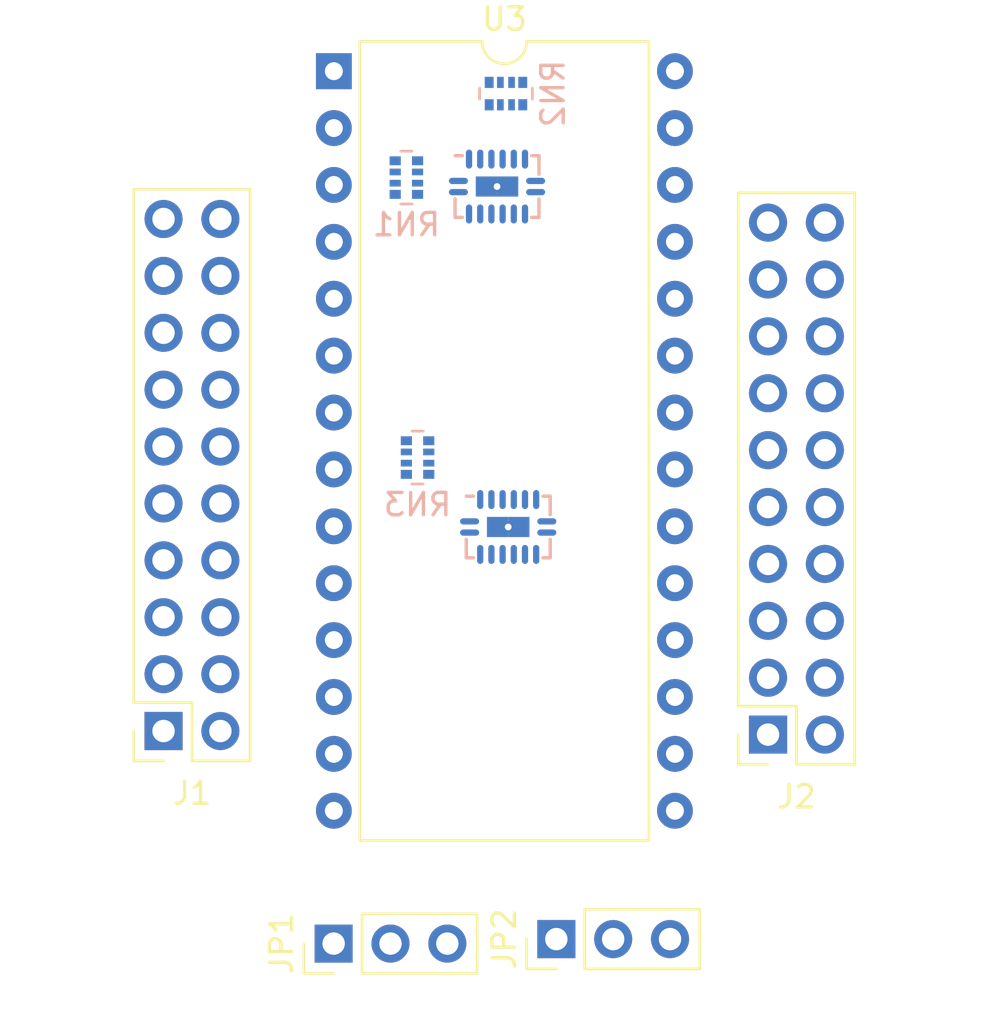
<source format=kicad_pcb>
(kicad_pcb (version 20171130) (host pcbnew 5.1.6-c6e7f7d~87~ubuntu20.04.1)

  (general
    (thickness 1.6)
    (drawings 0)
    (tracks 0)
    (zones 0)
    (modules 10)
    (nets 46)
  )

  (page A4)
  (layers
    (0 F.Cu signal)
    (31 B.Cu signal)
    (32 B.Adhes user)
    (33 F.Adhes user)
    (34 B.Paste user)
    (35 F.Paste user)
    (36 B.SilkS user)
    (37 F.SilkS user)
    (38 B.Mask user)
    (39 F.Mask user)
    (40 Dwgs.User user)
    (41 Cmts.User user)
    (42 Eco1.User user)
    (43 Eco2.User user)
    (44 Edge.Cuts user)
    (45 Margin user)
    (46 B.CrtYd user)
    (47 F.CrtYd user)
    (48 B.Fab user)
    (49 F.Fab user)
  )

  (setup
    (last_trace_width 0.25)
    (trace_clearance 0.2)
    (zone_clearance 0.508)
    (zone_45_only no)
    (trace_min 0.2)
    (via_size 0.8)
    (via_drill 0.4)
    (via_min_size 0.4)
    (via_min_drill 0.3)
    (uvia_size 0.3)
    (uvia_drill 0.1)
    (uvias_allowed no)
    (uvia_min_size 0.2)
    (uvia_min_drill 0.1)
    (edge_width 0.05)
    (segment_width 0.2)
    (pcb_text_width 0.3)
    (pcb_text_size 1.5 1.5)
    (mod_edge_width 0.12)
    (mod_text_size 1 1)
    (mod_text_width 0.15)
    (pad_size 1.524 1.524)
    (pad_drill 0.762)
    (pad_to_mask_clearance 0.05)
    (aux_axis_origin 0 0)
    (visible_elements FFFFFF7F)
    (pcbplotparams
      (layerselection 0x010fc_ffffffff)
      (usegerberextensions false)
      (usegerberattributes true)
      (usegerberadvancedattributes true)
      (creategerberjobfile true)
      (excludeedgelayer true)
      (linewidth 0.300000)
      (plotframeref false)
      (viasonmask false)
      (mode 1)
      (useauxorigin false)
      (hpglpennumber 1)
      (hpglpenspeed 20)
      (hpglpendiameter 15.000000)
      (psnegative false)
      (psa4output false)
      (plotreference true)
      (plotvalue true)
      (plotinvisibletext false)
      (padsonsilk false)
      (subtractmaskfromsilk false)
      (outputformat 1)
      (mirror false)
      (drillshape 1)
      (scaleselection 1)
      (outputdirectory ""))
  )

  (net 0 "")
  (net 1 GND)
  (net 2 /~OE)
  (net 3 /A_SI)
  (net 4 /A_CLK)
  (net 5 /A_LATCH)
  (net 6 /A3)
  (net 7 /A2)
  (net 8 /A1)
  (net 9 /A0)
  (net 10 VCC)
  (net 11 /DQ7)
  (net 12 /DQ6)
  (net 13 /DQ5)
  (net 14 /DQ4)
  (net 15 /DQ3)
  (net 16 /DQ2)
  (net 17 /DQ1)
  (net 18 /DQ0)
  (net 19 /P27)
  (net 20 /A14)
  (net 21 /P1)
  (net 22 /A15)
  (net 23 /A7)
  (net 24 /A6)
  (net 25 /A4)
  (net 26 /A5)
  (net 27 "Net-(RN1-Pad4)")
  (net 28 "Net-(RN1-Pad2)")
  (net 29 "Net-(RN1-Pad3)")
  (net 30 "Net-(RN1-Pad1)")
  (net 31 /A11)
  (net 32 /A10)
  (net 33 /A8)
  (net 34 /A9)
  (net 35 "Net-(RN2-Pad4)")
  (net 36 "Net-(RN2-Pad2)")
  (net 37 "Net-(RN2-Pad3)")
  (net 38 "Net-(RN2-Pad1)")
  (net 39 /A12)
  (net 40 /A13)
  (net 41 "Net-(RN3-Pad4)")
  (net 42 "Net-(RN3-Pad2)")
  (net 43 "Net-(RN3-Pad3)")
  (net 44 "Net-(RN3-Pad1)")
  (net 45 /A_SI´)

  (net_class Default "This is the default net class."
    (clearance 0.2)
    (trace_width 0.25)
    (via_dia 0.8)
    (via_drill 0.4)
    (uvia_dia 0.3)
    (uvia_drill 0.1)
    (add_net /A0)
    (add_net /A1)
    (add_net /A10)
    (add_net /A11)
    (add_net /A12)
    (add_net /A13)
    (add_net /A14)
    (add_net /A15)
    (add_net /A2)
    (add_net /A3)
    (add_net /A4)
    (add_net /A5)
    (add_net /A6)
    (add_net /A7)
    (add_net /A8)
    (add_net /A9)
    (add_net /A_CLK)
    (add_net /A_LATCH)
    (add_net /A_SI)
    (add_net /A_SI´)
    (add_net /DQ0)
    (add_net /DQ1)
    (add_net /DQ2)
    (add_net /DQ3)
    (add_net /DQ4)
    (add_net /DQ5)
    (add_net /DQ6)
    (add_net /DQ7)
    (add_net /P1)
    (add_net /P27)
    (add_net /~OE)
    (add_net GND)
    (add_net "Net-(J1-Pad19)")
    (add_net "Net-(J1-Pad20)")
    (add_net "Net-(J2-Pad19)")
    (add_net "Net-(J2-Pad20)")
    (add_net "Net-(RN1-Pad1)")
    (add_net "Net-(RN1-Pad2)")
    (add_net "Net-(RN1-Pad3)")
    (add_net "Net-(RN1-Pad4)")
    (add_net "Net-(RN2-Pad1)")
    (add_net "Net-(RN2-Pad2)")
    (add_net "Net-(RN2-Pad3)")
    (add_net "Net-(RN2-Pad4)")
    (add_net "Net-(RN3-Pad1)")
    (add_net "Net-(RN3-Pad2)")
    (add_net "Net-(RN3-Pad3)")
    (add_net "Net-(RN3-Pad4)")
    (add_net "Net-(U2-Pad4)")
    (add_net "Net-(U2-Pad5)")
    (add_net "Net-(U2-Pad6)")
    (add_net "Net-(U2-Pad7)")
    (add_net "Net-(U2-Pad9)")
    (add_net VCC)
  )

  (module Package_DIP:DIP-28_W15.24mm (layer F.Cu) (tedit 5A02E8C5) (tstamp 5F4EDC53)
    (at 102.36 66.7)
    (descr "28-lead though-hole mounted DIP package, row spacing 15.24 mm (600 mils)")
    (tags "THT DIP DIL PDIP 2.54mm 15.24mm 600mil")
    (path /5F46B762)
    (fp_text reference U3 (at 7.62 -2.33) (layer F.SilkS)
      (effects (font (size 1 1) (thickness 0.15)))
    )
    (fp_text value 27C512 (at 7.62 35.35) (layer F.Fab)
      (effects (font (size 1 1) (thickness 0.15)))
    )
    (fp_text user %R (at 7.62 16.51) (layer F.Fab)
      (effects (font (size 1 1) (thickness 0.15)))
    )
    (fp_arc (start 7.62 -1.33) (end 6.62 -1.33) (angle -180) (layer F.SilkS) (width 0.12))
    (fp_line (start 1.255 -1.27) (end 14.985 -1.27) (layer F.Fab) (width 0.1))
    (fp_line (start 14.985 -1.27) (end 14.985 34.29) (layer F.Fab) (width 0.1))
    (fp_line (start 14.985 34.29) (end 0.255 34.29) (layer F.Fab) (width 0.1))
    (fp_line (start 0.255 34.29) (end 0.255 -0.27) (layer F.Fab) (width 0.1))
    (fp_line (start 0.255 -0.27) (end 1.255 -1.27) (layer F.Fab) (width 0.1))
    (fp_line (start 6.62 -1.33) (end 1.16 -1.33) (layer F.SilkS) (width 0.12))
    (fp_line (start 1.16 -1.33) (end 1.16 34.35) (layer F.SilkS) (width 0.12))
    (fp_line (start 1.16 34.35) (end 14.08 34.35) (layer F.SilkS) (width 0.12))
    (fp_line (start 14.08 34.35) (end 14.08 -1.33) (layer F.SilkS) (width 0.12))
    (fp_line (start 14.08 -1.33) (end 8.62 -1.33) (layer F.SilkS) (width 0.12))
    (fp_line (start -1.05 -1.55) (end -1.05 34.55) (layer F.CrtYd) (width 0.05))
    (fp_line (start -1.05 34.55) (end 16.3 34.55) (layer F.CrtYd) (width 0.05))
    (fp_line (start 16.3 34.55) (end 16.3 -1.55) (layer F.CrtYd) (width 0.05))
    (fp_line (start 16.3 -1.55) (end -1.05 -1.55) (layer F.CrtYd) (width 0.05))
    (pad 28 thru_hole oval (at 15.24 0) (size 1.6 1.6) (drill 0.8) (layers *.Cu *.Mask)
      (net 10 VCC))
    (pad 14 thru_hole oval (at 0 33.02) (size 1.6 1.6) (drill 0.8) (layers *.Cu *.Mask)
      (net 1 GND))
    (pad 27 thru_hole oval (at 15.24 2.54) (size 1.6 1.6) (drill 0.8) (layers *.Cu *.Mask)
      (net 19 /P27))
    (pad 13 thru_hole oval (at 0 30.48) (size 1.6 1.6) (drill 0.8) (layers *.Cu *.Mask)
      (net 16 /DQ2))
    (pad 26 thru_hole oval (at 15.24 5.08) (size 1.6 1.6) (drill 0.8) (layers *.Cu *.Mask)
      (net 40 /A13))
    (pad 12 thru_hole oval (at 0 27.94) (size 1.6 1.6) (drill 0.8) (layers *.Cu *.Mask)
      (net 17 /DQ1))
    (pad 25 thru_hole oval (at 15.24 7.62) (size 1.6 1.6) (drill 0.8) (layers *.Cu *.Mask)
      (net 33 /A8))
    (pad 11 thru_hole oval (at 0 25.4) (size 1.6 1.6) (drill 0.8) (layers *.Cu *.Mask)
      (net 18 /DQ0))
    (pad 24 thru_hole oval (at 15.24 10.16) (size 1.6 1.6) (drill 0.8) (layers *.Cu *.Mask)
      (net 34 /A9))
    (pad 10 thru_hole oval (at 0 22.86) (size 1.6 1.6) (drill 0.8) (layers *.Cu *.Mask)
      (net 9 /A0))
    (pad 23 thru_hole oval (at 15.24 12.7) (size 1.6 1.6) (drill 0.8) (layers *.Cu *.Mask)
      (net 31 /A11))
    (pad 9 thru_hole oval (at 0 20.32) (size 1.6 1.6) (drill 0.8) (layers *.Cu *.Mask)
      (net 8 /A1))
    (pad 22 thru_hole oval (at 15.24 15.24) (size 1.6 1.6) (drill 0.8) (layers *.Cu *.Mask)
      (net 2 /~OE))
    (pad 8 thru_hole oval (at 0 17.78) (size 1.6 1.6) (drill 0.8) (layers *.Cu *.Mask)
      (net 7 /A2))
    (pad 21 thru_hole oval (at 15.24 17.78) (size 1.6 1.6) (drill 0.8) (layers *.Cu *.Mask)
      (net 32 /A10))
    (pad 7 thru_hole oval (at 0 15.24) (size 1.6 1.6) (drill 0.8) (layers *.Cu *.Mask)
      (net 6 /A3))
    (pad 20 thru_hole oval (at 15.24 20.32) (size 1.6 1.6) (drill 0.8) (layers *.Cu *.Mask)
      (net 2 /~OE))
    (pad 6 thru_hole oval (at 0 12.7) (size 1.6 1.6) (drill 0.8) (layers *.Cu *.Mask)
      (net 25 /A4))
    (pad 19 thru_hole oval (at 15.24 22.86) (size 1.6 1.6) (drill 0.8) (layers *.Cu *.Mask)
      (net 11 /DQ7))
    (pad 5 thru_hole oval (at 0 10.16) (size 1.6 1.6) (drill 0.8) (layers *.Cu *.Mask)
      (net 26 /A5))
    (pad 18 thru_hole oval (at 15.24 25.4) (size 1.6 1.6) (drill 0.8) (layers *.Cu *.Mask)
      (net 12 /DQ6))
    (pad 4 thru_hole oval (at 0 7.62) (size 1.6 1.6) (drill 0.8) (layers *.Cu *.Mask)
      (net 24 /A6))
    (pad 17 thru_hole oval (at 15.24 27.94) (size 1.6 1.6) (drill 0.8) (layers *.Cu *.Mask)
      (net 13 /DQ5))
    (pad 3 thru_hole oval (at 0 5.08) (size 1.6 1.6) (drill 0.8) (layers *.Cu *.Mask)
      (net 23 /A7))
    (pad 16 thru_hole oval (at 15.24 30.48) (size 1.6 1.6) (drill 0.8) (layers *.Cu *.Mask)
      (net 14 /DQ4))
    (pad 2 thru_hole oval (at 0 2.54) (size 1.6 1.6) (drill 0.8) (layers *.Cu *.Mask)
      (net 39 /A12))
    (pad 15 thru_hole oval (at 15.24 33.02) (size 1.6 1.6) (drill 0.8) (layers *.Cu *.Mask)
      (net 15 /DQ3))
    (pad 1 thru_hole rect (at 0 0) (size 1.6 1.6) (drill 0.8) (layers *.Cu *.Mask)
      (net 21 /P1))
    (model ${KISYS3DMOD}/Package_DIP.3dshapes/DIP-28_W15.24mm.wrl
      (at (xyz 0 0 0))
      (scale (xyz 1 1 1))
      (rotate (xyz 0 0 0))
    )
  )

  (module pkl_housings_dfn_qfn:DHVQFN-16_2.5x3.5mm_Pitch0.5mm (layer B.Cu) (tedit 5ED97327) (tstamp 5F4EDC23)
    (at 110.15 87.05)
    (path /5F65B788)
    (solder_mask_margin 0.07)
    (solder_paste_margin -0.025)
    (attr smd)
    (fp_text reference U2 (at 0 2.5) (layer B.Fab)
      (effects (font (size 1 1) (thickness 0.15)) (justify mirror))
    )
    (fp_text value 74HC595 (at 0 -2.5) (layer B.Fab)
      (effects (font (size 1 1) (thickness 0.15)) (justify mirror))
    )
    (fp_arc (start -1.25 0.975) (end -1.125 0.975) (angle -180) (layer B.Fab) (width 0.025))
    (fp_arc (start -0.75 0.975) (end -0.625 0.975) (angle -180) (layer B.Fab) (width 0.025))
    (fp_arc (start -0.25 0.975) (end -0.125 0.975) (angle -180) (layer B.Fab) (width 0.025))
    (fp_arc (start 0.25 0.975) (end 0.375 0.975) (angle -180) (layer B.Fab) (width 0.025))
    (fp_arc (start 0.75 0.975) (end 0.875 0.975) (angle -180) (layer B.Fab) (width 0.025))
    (fp_arc (start 1.25 0.975) (end 1.375 0.975) (angle -180) (layer B.Fab) (width 0.025))
    (fp_arc (start 1.475 0.25) (end 1.475 0.125) (angle -180) (layer B.Fab) (width 0.025))
    (fp_arc (start 1.475 -0.25) (end 1.475 -0.375) (angle -180) (layer B.Fab) (width 0.025))
    (fp_arc (start 1.25 -0.975) (end 1.125 -0.975) (angle -180) (layer B.Fab) (width 0.025))
    (fp_arc (start 0.75 -0.975) (end 0.625 -0.975) (angle -180) (layer B.Fab) (width 0.025))
    (fp_arc (start 0.25 -0.975) (end 0.125 -0.975) (angle -180) (layer B.Fab) (width 0.025))
    (fp_arc (start -0.25 -0.975) (end -0.375 -0.975) (angle -180) (layer B.Fab) (width 0.025))
    (fp_arc (start -0.75 -0.975) (end -0.875 -0.975) (angle -180) (layer B.Fab) (width 0.025))
    (fp_arc (start -1.25 -0.975) (end -1.375 -0.975) (angle -180) (layer B.Fab) (width 0.025))
    (fp_arc (start -1.475 0.25) (end -1.475 0.375) (angle -180) (layer B.Fab) (width 0.025))
    (fp_arc (start -1.475 -0.25) (end -1.475 -0.125) (angle -180) (layer B.Fab) (width 0.025))
    (fp_line (start -1.375 1.25) (end -1.375 0.975) (layer B.Fab) (width 0.025))
    (fp_line (start -1.125 1.25) (end -1.125 0.975) (layer B.Fab) (width 0.025))
    (fp_line (start -0.875 1.25) (end -0.875 0.975) (layer B.Fab) (width 0.025))
    (fp_line (start -0.625 1.25) (end -0.625 0.975) (layer B.Fab) (width 0.025))
    (fp_line (start -0.375 1.25) (end -0.375 0.975) (layer B.Fab) (width 0.025))
    (fp_line (start -0.125 1.25) (end -0.125 0.975) (layer B.Fab) (width 0.025))
    (fp_line (start 0.125 1.25) (end 0.125 0.975) (layer B.Fab) (width 0.025))
    (fp_line (start 0.375 1.25) (end 0.375 0.975) (layer B.Fab) (width 0.025))
    (fp_line (start 0.625 1.25) (end 0.625 0.975) (layer B.Fab) (width 0.025))
    (fp_line (start 0.875 1.25) (end 0.875 0.975) (layer B.Fab) (width 0.025))
    (fp_line (start 1.125 1.25) (end 1.125 0.975) (layer B.Fab) (width 0.025))
    (fp_line (start 1.375 1.25) (end 1.375 0.975) (layer B.Fab) (width 0.025))
    (fp_line (start 1.75 0.375) (end 1.475 0.375) (layer B.Fab) (width 0.025))
    (fp_line (start 1.75 0.125) (end 1.475 0.125) (layer B.Fab) (width 0.025))
    (fp_line (start 1.75 -0.125) (end 1.475 -0.125) (layer B.Fab) (width 0.025))
    (fp_line (start 1.75 -0.375) (end 1.475 -0.375) (layer B.Fab) (width 0.025))
    (fp_line (start 1.375 -1.25) (end 1.375 -0.975) (layer B.Fab) (width 0.025))
    (fp_line (start 1.125 -1.25) (end 1.125 -0.975) (layer B.Fab) (width 0.025))
    (fp_line (start 0.875 -1.25) (end 0.875 -0.975) (layer B.Fab) (width 0.025))
    (fp_line (start 0.625 -1.25) (end 0.625 -0.975) (layer B.Fab) (width 0.025))
    (fp_line (start 0.375 -1.25) (end 0.375 -0.975) (layer B.Fab) (width 0.025))
    (fp_line (start 0.125 -1.25) (end 0.125 -0.975) (layer B.Fab) (width 0.025))
    (fp_line (start -0.125 -1.25) (end -0.125 -0.975) (layer B.Fab) (width 0.025))
    (fp_line (start -0.375 -1.25) (end -0.375 -0.975) (layer B.Fab) (width 0.025))
    (fp_line (start -0.625 -1.25) (end -0.625 -0.975) (layer B.Fab) (width 0.025))
    (fp_line (start -0.875 -1.25) (end -0.875 -0.975) (layer B.Fab) (width 0.025))
    (fp_line (start -1.125 -1.25) (end -1.125 -0.975) (layer B.Fab) (width 0.025))
    (fp_line (start -1.375 -1.25) (end -1.375 -0.975) (layer B.Fab) (width 0.025))
    (fp_line (start -1.75 0.125) (end -1.475 0.125) (layer B.Fab) (width 0.025))
    (fp_line (start -1.75 0.375) (end -1.475 0.375) (layer B.Fab) (width 0.025))
    (fp_line (start -1.875 1.375) (end -1.55 1.375) (layer B.SilkS) (width 0.15))
    (fp_line (start -1.875 -1.375) (end -1.55 -1.375) (layer B.SilkS) (width 0.15))
    (fp_line (start -1.875 0.55) (end -1.875 1.375) (layer B.SilkS) (width 0.15))
    (fp_line (start 1.875 -1.375) (end 1.55 -1.375) (layer B.SilkS) (width 0.15))
    (fp_line (start 1.875 -1.375) (end 1.875 -0.55) (layer B.SilkS) (width 0.15))
    (fp_line (start 1.875 0.55) (end 1.875 1.375) (layer B.SilkS) (width 0.15))
    (fp_line (start 1.875 1.375) (end 1.55 1.375) (layer B.SilkS) (width 0.15))
    (fp_line (start -1 0.5) (end 1 0.5) (layer B.Fab) (width 0.025))
    (fp_line (start 1 0.5) (end 1 -0.5) (layer B.Fab) (width 0.025))
    (fp_line (start 1 -0.5) (end -1 -0.5) (layer B.Fab) (width 0.025))
    (fp_line (start -1 -0.5) (end -1 0.5) (layer B.Fab) (width 0.025))
    (fp_line (start -1.75 1.25) (end 1.75 1.25) (layer B.Fab) (width 0.025))
    (fp_line (start 1.75 1.25) (end 1.75 -1.25) (layer B.Fab) (width 0.025))
    (fp_line (start 1.75 -1.25) (end -1.75 -1.25) (layer B.Fab) (width 0.025))
    (fp_line (start -1.75 -1.25) (end -1.75 1.25) (layer B.Fab) (width 0.025))
    (fp_line (start -1.75 -0.375) (end -1.475 -0.375) (layer B.Fab) (width 0.025))
    (fp_line (start -1.75 -0.125) (end -1.475 -0.125) (layer B.Fab) (width 0.025))
    (fp_line (start -2.25 1.75) (end 2.25 1.75) (layer B.CrtYd) (width 0.05))
    (fp_line (start 2.25 1.75) (end 2.25 -1.75) (layer B.CrtYd) (width 0.05))
    (fp_line (start 2.25 -1.75) (end -2.25 -1.75) (layer B.CrtYd) (width 0.05))
    (fp_line (start -2.25 -1.75) (end -2.25 1.75) (layer B.CrtYd) (width 0.05))
    (pad 17 thru_hole circle (at 0 0) (size 0.5 0.5) (drill 0.3) (layers *.Cu)
      (zone_connect 2))
    (pad 17 smd rect (at 0.475 0) (size 0.95 0.9) (layers B.Cu B.Paste B.Mask)
      (solder_paste_margin -0.25))
    (pad 17 smd rect (at -0.475 0) (size 0.95 0.9) (layers B.Cu B.Paste B.Mask)
      (solder_paste_margin -0.25))
    (pad 1 smd oval (at -1.725 -0.25 270) (size 0.28 0.85) (layers B.Cu B.Paste B.Mask)
      (net 42 "Net-(RN3-Pad2)"))
    (pad 2 smd oval (at -1.25 -1.225) (size 0.28 0.85) (layers B.Cu B.Paste B.Mask)
      (net 43 "Net-(RN3-Pad3)"))
    (pad 3 smd oval (at -0.75 -1.225) (size 0.28 0.85) (layers B.Cu B.Paste B.Mask)
      (net 41 "Net-(RN3-Pad4)"))
    (pad 4 smd oval (at -0.25 -1.225) (size 0.28 0.85) (layers B.Cu B.Paste B.Mask))
    (pad 5 smd oval (at 0.25 -1.225) (size 0.28 0.85) (layers B.Cu B.Paste B.Mask))
    (pad 6 smd oval (at 0.75 -1.225) (size 0.28 0.85) (layers B.Cu B.Paste B.Mask))
    (pad 7 smd oval (at 1.25 -1.225) (size 0.28 0.85) (layers B.Cu B.Paste B.Mask))
    (pad 8 smd oval (at 1.725 -0.25 270) (size 0.28 0.85) (layers B.Cu B.Paste B.Mask)
      (net 1 GND))
    (pad 9 smd oval (at 1.725 0.25 270) (size 0.28 0.85) (layers B.Cu B.Paste B.Mask))
    (pad 10 smd oval (at 1.25 1.225) (size 0.28 0.85) (layers B.Cu B.Paste B.Mask)
      (net 10 VCC))
    (pad 11 smd oval (at 0.75 1.225) (size 0.28 0.85) (layers B.Cu B.Paste B.Mask)
      (net 4 /A_CLK))
    (pad 12 smd oval (at 0.25 1.225) (size 0.28 0.85) (layers B.Cu B.Paste B.Mask)
      (net 5 /A_LATCH))
    (pad 13 smd oval (at -0.25 1.225) (size 0.28 0.85) (layers B.Cu B.Paste B.Mask)
      (net 1 GND))
    (pad 14 smd oval (at -0.75 1.225) (size 0.28 0.85) (layers B.Cu B.Paste B.Mask)
      (net 45 /A_SI´))
    (pad 15 smd oval (at -1.25 1.225) (size 0.28 0.85) (layers B.Cu B.Paste B.Mask)
      (net 44 "Net-(RN3-Pad1)"))
    (pad 16 smd oval (at -1.725 0.25 270) (size 0.28 0.85) (layers B.Cu B.Paste B.Mask)
      (net 10 VCC))
  )

  (module pkl_housings_dfn_qfn:DHVQFN-16_2.5x3.5mm_Pitch0.5mm (layer B.Cu) (tedit 5ED97327) (tstamp 5F4EDBC9)
    (at 109.65 71.85)
    (path /5F5C7176)
    (solder_mask_margin 0.07)
    (solder_paste_margin -0.025)
    (attr smd)
    (fp_text reference U1 (at 0 2.5) (layer B.Fab)
      (effects (font (size 1 1) (thickness 0.15)) (justify mirror))
    )
    (fp_text value 74HC595 (at 0 -2.5) (layer B.Fab)
      (effects (font (size 1 1) (thickness 0.15)) (justify mirror))
    )
    (fp_arc (start -1.25 0.975) (end -1.125 0.975) (angle -180) (layer B.Fab) (width 0.025))
    (fp_arc (start -0.75 0.975) (end -0.625 0.975) (angle -180) (layer B.Fab) (width 0.025))
    (fp_arc (start -0.25 0.975) (end -0.125 0.975) (angle -180) (layer B.Fab) (width 0.025))
    (fp_arc (start 0.25 0.975) (end 0.375 0.975) (angle -180) (layer B.Fab) (width 0.025))
    (fp_arc (start 0.75 0.975) (end 0.875 0.975) (angle -180) (layer B.Fab) (width 0.025))
    (fp_arc (start 1.25 0.975) (end 1.375 0.975) (angle -180) (layer B.Fab) (width 0.025))
    (fp_arc (start 1.475 0.25) (end 1.475 0.125) (angle -180) (layer B.Fab) (width 0.025))
    (fp_arc (start 1.475 -0.25) (end 1.475 -0.375) (angle -180) (layer B.Fab) (width 0.025))
    (fp_arc (start 1.25 -0.975) (end 1.125 -0.975) (angle -180) (layer B.Fab) (width 0.025))
    (fp_arc (start 0.75 -0.975) (end 0.625 -0.975) (angle -180) (layer B.Fab) (width 0.025))
    (fp_arc (start 0.25 -0.975) (end 0.125 -0.975) (angle -180) (layer B.Fab) (width 0.025))
    (fp_arc (start -0.25 -0.975) (end -0.375 -0.975) (angle -180) (layer B.Fab) (width 0.025))
    (fp_arc (start -0.75 -0.975) (end -0.875 -0.975) (angle -180) (layer B.Fab) (width 0.025))
    (fp_arc (start -1.25 -0.975) (end -1.375 -0.975) (angle -180) (layer B.Fab) (width 0.025))
    (fp_arc (start -1.475 0.25) (end -1.475 0.375) (angle -180) (layer B.Fab) (width 0.025))
    (fp_arc (start -1.475 -0.25) (end -1.475 -0.125) (angle -180) (layer B.Fab) (width 0.025))
    (fp_line (start -1.375 1.25) (end -1.375 0.975) (layer B.Fab) (width 0.025))
    (fp_line (start -1.125 1.25) (end -1.125 0.975) (layer B.Fab) (width 0.025))
    (fp_line (start -0.875 1.25) (end -0.875 0.975) (layer B.Fab) (width 0.025))
    (fp_line (start -0.625 1.25) (end -0.625 0.975) (layer B.Fab) (width 0.025))
    (fp_line (start -0.375 1.25) (end -0.375 0.975) (layer B.Fab) (width 0.025))
    (fp_line (start -0.125 1.25) (end -0.125 0.975) (layer B.Fab) (width 0.025))
    (fp_line (start 0.125 1.25) (end 0.125 0.975) (layer B.Fab) (width 0.025))
    (fp_line (start 0.375 1.25) (end 0.375 0.975) (layer B.Fab) (width 0.025))
    (fp_line (start 0.625 1.25) (end 0.625 0.975) (layer B.Fab) (width 0.025))
    (fp_line (start 0.875 1.25) (end 0.875 0.975) (layer B.Fab) (width 0.025))
    (fp_line (start 1.125 1.25) (end 1.125 0.975) (layer B.Fab) (width 0.025))
    (fp_line (start 1.375 1.25) (end 1.375 0.975) (layer B.Fab) (width 0.025))
    (fp_line (start 1.75 0.375) (end 1.475 0.375) (layer B.Fab) (width 0.025))
    (fp_line (start 1.75 0.125) (end 1.475 0.125) (layer B.Fab) (width 0.025))
    (fp_line (start 1.75 -0.125) (end 1.475 -0.125) (layer B.Fab) (width 0.025))
    (fp_line (start 1.75 -0.375) (end 1.475 -0.375) (layer B.Fab) (width 0.025))
    (fp_line (start 1.375 -1.25) (end 1.375 -0.975) (layer B.Fab) (width 0.025))
    (fp_line (start 1.125 -1.25) (end 1.125 -0.975) (layer B.Fab) (width 0.025))
    (fp_line (start 0.875 -1.25) (end 0.875 -0.975) (layer B.Fab) (width 0.025))
    (fp_line (start 0.625 -1.25) (end 0.625 -0.975) (layer B.Fab) (width 0.025))
    (fp_line (start 0.375 -1.25) (end 0.375 -0.975) (layer B.Fab) (width 0.025))
    (fp_line (start 0.125 -1.25) (end 0.125 -0.975) (layer B.Fab) (width 0.025))
    (fp_line (start -0.125 -1.25) (end -0.125 -0.975) (layer B.Fab) (width 0.025))
    (fp_line (start -0.375 -1.25) (end -0.375 -0.975) (layer B.Fab) (width 0.025))
    (fp_line (start -0.625 -1.25) (end -0.625 -0.975) (layer B.Fab) (width 0.025))
    (fp_line (start -0.875 -1.25) (end -0.875 -0.975) (layer B.Fab) (width 0.025))
    (fp_line (start -1.125 -1.25) (end -1.125 -0.975) (layer B.Fab) (width 0.025))
    (fp_line (start -1.375 -1.25) (end -1.375 -0.975) (layer B.Fab) (width 0.025))
    (fp_line (start -1.75 0.125) (end -1.475 0.125) (layer B.Fab) (width 0.025))
    (fp_line (start -1.75 0.375) (end -1.475 0.375) (layer B.Fab) (width 0.025))
    (fp_line (start -1.875 1.375) (end -1.55 1.375) (layer B.SilkS) (width 0.15))
    (fp_line (start -1.875 -1.375) (end -1.55 -1.375) (layer B.SilkS) (width 0.15))
    (fp_line (start -1.875 0.55) (end -1.875 1.375) (layer B.SilkS) (width 0.15))
    (fp_line (start 1.875 -1.375) (end 1.55 -1.375) (layer B.SilkS) (width 0.15))
    (fp_line (start 1.875 -1.375) (end 1.875 -0.55) (layer B.SilkS) (width 0.15))
    (fp_line (start 1.875 0.55) (end 1.875 1.375) (layer B.SilkS) (width 0.15))
    (fp_line (start 1.875 1.375) (end 1.55 1.375) (layer B.SilkS) (width 0.15))
    (fp_line (start -1 0.5) (end 1 0.5) (layer B.Fab) (width 0.025))
    (fp_line (start 1 0.5) (end 1 -0.5) (layer B.Fab) (width 0.025))
    (fp_line (start 1 -0.5) (end -1 -0.5) (layer B.Fab) (width 0.025))
    (fp_line (start -1 -0.5) (end -1 0.5) (layer B.Fab) (width 0.025))
    (fp_line (start -1.75 1.25) (end 1.75 1.25) (layer B.Fab) (width 0.025))
    (fp_line (start 1.75 1.25) (end 1.75 -1.25) (layer B.Fab) (width 0.025))
    (fp_line (start 1.75 -1.25) (end -1.75 -1.25) (layer B.Fab) (width 0.025))
    (fp_line (start -1.75 -1.25) (end -1.75 1.25) (layer B.Fab) (width 0.025))
    (fp_line (start -1.75 -0.375) (end -1.475 -0.375) (layer B.Fab) (width 0.025))
    (fp_line (start -1.75 -0.125) (end -1.475 -0.125) (layer B.Fab) (width 0.025))
    (fp_line (start -2.25 1.75) (end 2.25 1.75) (layer B.CrtYd) (width 0.05))
    (fp_line (start 2.25 1.75) (end 2.25 -1.75) (layer B.CrtYd) (width 0.05))
    (fp_line (start 2.25 -1.75) (end -2.25 -1.75) (layer B.CrtYd) (width 0.05))
    (fp_line (start -2.25 -1.75) (end -2.25 1.75) (layer B.CrtYd) (width 0.05))
    (pad 17 thru_hole circle (at 0 0) (size 0.5 0.5) (drill 0.3) (layers *.Cu)
      (zone_connect 2))
    (pad 17 smd rect (at 0.475 0) (size 0.95 0.9) (layers B.Cu B.Paste B.Mask)
      (solder_paste_margin -0.25))
    (pad 17 smd rect (at -0.475 0) (size 0.95 0.9) (layers B.Cu B.Paste B.Mask)
      (solder_paste_margin -0.25))
    (pad 1 smd oval (at -1.725 -0.25 270) (size 0.28 0.85) (layers B.Cu B.Paste B.Mask)
      (net 28 "Net-(RN1-Pad2)"))
    (pad 2 smd oval (at -1.25 -1.225) (size 0.28 0.85) (layers B.Cu B.Paste B.Mask)
      (net 29 "Net-(RN1-Pad3)"))
    (pad 3 smd oval (at -0.75 -1.225) (size 0.28 0.85) (layers B.Cu B.Paste B.Mask)
      (net 27 "Net-(RN1-Pad4)"))
    (pad 4 smd oval (at -0.25 -1.225) (size 0.28 0.85) (layers B.Cu B.Paste B.Mask)
      (net 38 "Net-(RN2-Pad1)"))
    (pad 5 smd oval (at 0.25 -1.225) (size 0.28 0.85) (layers B.Cu B.Paste B.Mask)
      (net 36 "Net-(RN2-Pad2)"))
    (pad 6 smd oval (at 0.75 -1.225) (size 0.28 0.85) (layers B.Cu B.Paste B.Mask)
      (net 37 "Net-(RN2-Pad3)"))
    (pad 7 smd oval (at 1.25 -1.225) (size 0.28 0.85) (layers B.Cu B.Paste B.Mask)
      (net 35 "Net-(RN2-Pad4)"))
    (pad 8 smd oval (at 1.725 -0.25 270) (size 0.28 0.85) (layers B.Cu B.Paste B.Mask)
      (net 1 GND))
    (pad 9 smd oval (at 1.725 0.25 270) (size 0.28 0.85) (layers B.Cu B.Paste B.Mask)
      (net 45 /A_SI´))
    (pad 10 smd oval (at 1.25 1.225) (size 0.28 0.85) (layers B.Cu B.Paste B.Mask)
      (net 10 VCC))
    (pad 11 smd oval (at 0.75 1.225) (size 0.28 0.85) (layers B.Cu B.Paste B.Mask)
      (net 4 /A_CLK))
    (pad 12 smd oval (at 0.25 1.225) (size 0.28 0.85) (layers B.Cu B.Paste B.Mask)
      (net 5 /A_LATCH))
    (pad 13 smd oval (at -0.25 1.225) (size 0.28 0.85) (layers B.Cu B.Paste B.Mask)
      (net 1 GND))
    (pad 14 smd oval (at -0.75 1.225) (size 0.28 0.85) (layers B.Cu B.Paste B.Mask)
      (net 3 /A_SI))
    (pad 15 smd oval (at -1.25 1.225) (size 0.28 0.85) (layers B.Cu B.Paste B.Mask)
      (net 30 "Net-(RN1-Pad1)"))
    (pad 16 smd oval (at -1.725 0.25 270) (size 0.28 0.85) (layers B.Cu B.Paste B.Mask)
      (net 10 VCC))
  )

  (module Resistor_SMD:R_Array_Convex_4x0402 (layer B.Cu) (tedit 58E0A8A8) (tstamp 5F4EDB6F)
    (at 106.1 83.95)
    (descr "Chip Resistor Network, ROHM MNR04 (see mnr_g.pdf)")
    (tags "resistor array")
    (path /5F5B0FC8)
    (attr smd)
    (fp_text reference RN3 (at 0 2.1) (layer B.SilkS)
      (effects (font (size 1 1) (thickness 0.15)) (justify mirror))
    )
    (fp_text value 100R (at 0 -2.1) (layer B.Fab)
      (effects (font (size 1 1) (thickness 0.15)) (justify mirror))
    )
    (fp_text user %R (at 0 0 -90) (layer B.Fab)
      (effects (font (size 0.5 0.5) (thickness 0.075)) (justify mirror))
    )
    (fp_line (start -0.5 1) (end 0.5 1) (layer B.Fab) (width 0.1))
    (fp_line (start 0.5 1) (end 0.5 -1) (layer B.Fab) (width 0.1))
    (fp_line (start 0.5 -1) (end -0.5 -1) (layer B.Fab) (width 0.1))
    (fp_line (start -0.5 -1) (end -0.5 1) (layer B.Fab) (width 0.1))
    (fp_line (start 0.25 1.18) (end -0.25 1.18) (layer B.SilkS) (width 0.12))
    (fp_line (start 0.25 -1.18) (end -0.25 -1.18) (layer B.SilkS) (width 0.12))
    (fp_line (start -1 1.25) (end 1 1.25) (layer B.CrtYd) (width 0.05))
    (fp_line (start -1 1.25) (end -1 -1.25) (layer B.CrtYd) (width 0.05))
    (fp_line (start 1 -1.25) (end 1 1.25) (layer B.CrtYd) (width 0.05))
    (fp_line (start 1 -1.25) (end -1 -1.25) (layer B.CrtYd) (width 0.05))
    (pad 5 smd rect (at 0.5 -0.75) (size 0.5 0.4) (layers B.Cu B.Paste B.Mask)
      (net 22 /A15))
    (pad 6 smd rect (at 0.5 -0.25) (size 0.5 0.3) (layers B.Cu B.Paste B.Mask)
      (net 20 /A14))
    (pad 8 smd rect (at 0.5 0.75) (size 0.5 0.4) (layers B.Cu B.Paste B.Mask)
      (net 39 /A12))
    (pad 7 smd rect (at 0.5 0.25) (size 0.5 0.3) (layers B.Cu B.Paste B.Mask)
      (net 40 /A13))
    (pad 4 smd rect (at -0.5 -0.75) (size 0.5 0.4) (layers B.Cu B.Paste B.Mask)
      (net 41 "Net-(RN3-Pad4)"))
    (pad 2 smd rect (at -0.5 0.25) (size 0.5 0.3) (layers B.Cu B.Paste B.Mask)
      (net 42 "Net-(RN3-Pad2)"))
    (pad 3 smd rect (at -0.5 -0.25) (size 0.5 0.3) (layers B.Cu B.Paste B.Mask)
      (net 43 "Net-(RN3-Pad3)"))
    (pad 1 smd rect (at -0.5 0.75) (size 0.5 0.4) (layers B.Cu B.Paste B.Mask)
      (net 44 "Net-(RN3-Pad1)"))
    (model ${KISYS3DMOD}/Resistor_SMD.3dshapes/R_Array_Convex_4x0402.wrl
      (at (xyz 0 0 0))
      (scale (xyz 1 1 1))
      (rotate (xyz 0 0 0))
    )
  )

  (module Resistor_SMD:R_Array_Convex_4x0402 (layer B.Cu) (tedit 58E0A8A8) (tstamp 5F4EDB58)
    (at 110.05 67.7 90)
    (descr "Chip Resistor Network, ROHM MNR04 (see mnr_g.pdf)")
    (tags "resistor array")
    (path /5F581391)
    (attr smd)
    (fp_text reference RN2 (at 0 2.1 90) (layer B.SilkS)
      (effects (font (size 1 1) (thickness 0.15)) (justify mirror))
    )
    (fp_text value 100R (at 0 -2.1 90) (layer B.Fab)
      (effects (font (size 1 1) (thickness 0.15)) (justify mirror))
    )
    (fp_text user %R (at 0 0 180) (layer B.Fab)
      (effects (font (size 0.5 0.5) (thickness 0.075)) (justify mirror))
    )
    (fp_line (start -0.5 1) (end 0.5 1) (layer B.Fab) (width 0.1))
    (fp_line (start 0.5 1) (end 0.5 -1) (layer B.Fab) (width 0.1))
    (fp_line (start 0.5 -1) (end -0.5 -1) (layer B.Fab) (width 0.1))
    (fp_line (start -0.5 -1) (end -0.5 1) (layer B.Fab) (width 0.1))
    (fp_line (start 0.25 1.18) (end -0.25 1.18) (layer B.SilkS) (width 0.12))
    (fp_line (start 0.25 -1.18) (end -0.25 -1.18) (layer B.SilkS) (width 0.12))
    (fp_line (start -1 1.25) (end 1 1.25) (layer B.CrtYd) (width 0.05))
    (fp_line (start -1 1.25) (end -1 -1.25) (layer B.CrtYd) (width 0.05))
    (fp_line (start 1 -1.25) (end 1 1.25) (layer B.CrtYd) (width 0.05))
    (fp_line (start 1 -1.25) (end -1 -1.25) (layer B.CrtYd) (width 0.05))
    (pad 5 smd rect (at 0.5 -0.75 90) (size 0.5 0.4) (layers B.Cu B.Paste B.Mask)
      (net 31 /A11))
    (pad 6 smd rect (at 0.5 -0.25 90) (size 0.5 0.3) (layers B.Cu B.Paste B.Mask)
      (net 32 /A10))
    (pad 8 smd rect (at 0.5 0.75 90) (size 0.5 0.4) (layers B.Cu B.Paste B.Mask)
      (net 33 /A8))
    (pad 7 smd rect (at 0.5 0.25 90) (size 0.5 0.3) (layers B.Cu B.Paste B.Mask)
      (net 34 /A9))
    (pad 4 smd rect (at -0.5 -0.75 90) (size 0.5 0.4) (layers B.Cu B.Paste B.Mask)
      (net 35 "Net-(RN2-Pad4)"))
    (pad 2 smd rect (at -0.5 0.25 90) (size 0.5 0.3) (layers B.Cu B.Paste B.Mask)
      (net 36 "Net-(RN2-Pad2)"))
    (pad 3 smd rect (at -0.5 -0.25 90) (size 0.5 0.3) (layers B.Cu B.Paste B.Mask)
      (net 37 "Net-(RN2-Pad3)"))
    (pad 1 smd rect (at -0.5 0.75 90) (size 0.5 0.4) (layers B.Cu B.Paste B.Mask)
      (net 38 "Net-(RN2-Pad1)"))
    (model ${KISYS3DMOD}/Resistor_SMD.3dshapes/R_Array_Convex_4x0402.wrl
      (at (xyz 0 0 0))
      (scale (xyz 1 1 1))
      (rotate (xyz 0 0 0))
    )
  )

  (module Resistor_SMD:R_Array_Convex_4x0402 (layer B.Cu) (tedit 58E0A8A8) (tstamp 5F4EE130)
    (at 105.6 71.45)
    (descr "Chip Resistor Network, ROHM MNR04 (see mnr_g.pdf)")
    (tags "resistor array")
    (path /5F57774C)
    (attr smd)
    (fp_text reference RN1 (at 0 2.1) (layer B.SilkS)
      (effects (font (size 1 1) (thickness 0.15)) (justify mirror))
    )
    (fp_text value 100R (at 0 -2.1) (layer B.Fab)
      (effects (font (size 1 1) (thickness 0.15)) (justify mirror))
    )
    (fp_text user %R (at 0 0 -90) (layer B.Fab)
      (effects (font (size 0.5 0.5) (thickness 0.075)) (justify mirror))
    )
    (fp_line (start -0.5 1) (end 0.5 1) (layer B.Fab) (width 0.1))
    (fp_line (start 0.5 1) (end 0.5 -1) (layer B.Fab) (width 0.1))
    (fp_line (start 0.5 -1) (end -0.5 -1) (layer B.Fab) (width 0.1))
    (fp_line (start -0.5 -1) (end -0.5 1) (layer B.Fab) (width 0.1))
    (fp_line (start 0.25 1.18) (end -0.25 1.18) (layer B.SilkS) (width 0.12))
    (fp_line (start 0.25 -1.18) (end -0.25 -1.18) (layer B.SilkS) (width 0.12))
    (fp_line (start -1 1.25) (end 1 1.25) (layer B.CrtYd) (width 0.05))
    (fp_line (start -1 1.25) (end -1 -1.25) (layer B.CrtYd) (width 0.05))
    (fp_line (start 1 -1.25) (end 1 1.25) (layer B.CrtYd) (width 0.05))
    (fp_line (start 1 -1.25) (end -1 -1.25) (layer B.CrtYd) (width 0.05))
    (pad 5 smd rect (at 0.5 -0.75) (size 0.5 0.4) (layers B.Cu B.Paste B.Mask)
      (net 23 /A7))
    (pad 6 smd rect (at 0.5 -0.25) (size 0.5 0.3) (layers B.Cu B.Paste B.Mask)
      (net 24 /A6))
    (pad 8 smd rect (at 0.5 0.75) (size 0.5 0.4) (layers B.Cu B.Paste B.Mask)
      (net 25 /A4))
    (pad 7 smd rect (at 0.5 0.25) (size 0.5 0.3) (layers B.Cu B.Paste B.Mask)
      (net 26 /A5))
    (pad 4 smd rect (at -0.5 -0.75) (size 0.5 0.4) (layers B.Cu B.Paste B.Mask)
      (net 27 "Net-(RN1-Pad4)"))
    (pad 2 smd rect (at -0.5 0.25) (size 0.5 0.3) (layers B.Cu B.Paste B.Mask)
      (net 28 "Net-(RN1-Pad2)"))
    (pad 3 smd rect (at -0.5 -0.25) (size 0.5 0.3) (layers B.Cu B.Paste B.Mask)
      (net 29 "Net-(RN1-Pad3)"))
    (pad 1 smd rect (at -0.5 0.75) (size 0.5 0.4) (layers B.Cu B.Paste B.Mask)
      (net 30 "Net-(RN1-Pad1)"))
    (model ${KISYS3DMOD}/Resistor_SMD.3dshapes/R_Array_Convex_4x0402.wrl
      (at (xyz 0 0 0))
      (scale (xyz 1 1 1))
      (rotate (xyz 0 0 0))
    )
  )

  (module Connector_PinHeader_2.54mm:PinHeader_1x03_P2.54mm_Vertical (layer F.Cu) (tedit 59FED5CC) (tstamp 5F4EDB2A)
    (at 112.3 105.45 90)
    (descr "Through hole straight pin header, 1x03, 2.54mm pitch, single row")
    (tags "Through hole pin header THT 1x03 2.54mm single row")
    (path /5F7AF8E6)
    (fp_text reference JP2 (at 0 -2.33 90) (layer F.SilkS)
      (effects (font (size 1 1) (thickness 0.15)))
    )
    (fp_text value "Pin Mode" (at 0 7.41 90) (layer F.Fab)
      (effects (font (size 1 1) (thickness 0.15)))
    )
    (fp_text user %R (at 0 2.54) (layer F.Fab)
      (effects (font (size 1 1) (thickness 0.15)))
    )
    (fp_line (start -0.635 -1.27) (end 1.27 -1.27) (layer F.Fab) (width 0.1))
    (fp_line (start 1.27 -1.27) (end 1.27 6.35) (layer F.Fab) (width 0.1))
    (fp_line (start 1.27 6.35) (end -1.27 6.35) (layer F.Fab) (width 0.1))
    (fp_line (start -1.27 6.35) (end -1.27 -0.635) (layer F.Fab) (width 0.1))
    (fp_line (start -1.27 -0.635) (end -0.635 -1.27) (layer F.Fab) (width 0.1))
    (fp_line (start -1.33 6.41) (end 1.33 6.41) (layer F.SilkS) (width 0.12))
    (fp_line (start -1.33 1.27) (end -1.33 6.41) (layer F.SilkS) (width 0.12))
    (fp_line (start 1.33 1.27) (end 1.33 6.41) (layer F.SilkS) (width 0.12))
    (fp_line (start -1.33 1.27) (end 1.33 1.27) (layer F.SilkS) (width 0.12))
    (fp_line (start -1.33 0) (end -1.33 -1.33) (layer F.SilkS) (width 0.12))
    (fp_line (start -1.33 -1.33) (end 0 -1.33) (layer F.SilkS) (width 0.12))
    (fp_line (start -1.8 -1.8) (end -1.8 6.85) (layer F.CrtYd) (width 0.05))
    (fp_line (start -1.8 6.85) (end 1.8 6.85) (layer F.CrtYd) (width 0.05))
    (fp_line (start 1.8 6.85) (end 1.8 -1.8) (layer F.CrtYd) (width 0.05))
    (fp_line (start 1.8 -1.8) (end -1.8 -1.8) (layer F.CrtYd) (width 0.05))
    (pad 3 thru_hole oval (at 0 5.08 90) (size 1.7 1.7) (drill 1) (layers *.Cu *.Mask)
      (net 1 GND))
    (pad 2 thru_hole oval (at 0 2.54 90) (size 1.7 1.7) (drill 1) (layers *.Cu *.Mask)
      (net 21 /P1))
    (pad 1 thru_hole rect (at 0 0 90) (size 1.7 1.7) (drill 1) (layers *.Cu *.Mask)
      (net 22 /A15))
    (model ${KISYS3DMOD}/Connector_PinHeader_2.54mm.3dshapes/PinHeader_1x03_P2.54mm_Vertical.wrl
      (at (xyz 0 0 0))
      (scale (xyz 1 1 1))
      (rotate (xyz 0 0 0))
    )
  )

  (module Connector_PinHeader_2.54mm:PinHeader_1x03_P2.54mm_Vertical (layer F.Cu) (tedit 59FED5CC) (tstamp 5F4EDB13)
    (at 102.35 105.65 90)
    (descr "Through hole straight pin header, 1x03, 2.54mm pitch, single row")
    (tags "Through hole pin header THT 1x03 2.54mm single row")
    (path /5F77A5AF)
    (fp_text reference JP1 (at 0 -2.33 90) (layer F.SilkS)
      (effects (font (size 1 1) (thickness 0.15)))
    )
    (fp_text value "Pin Mode" (at 0 7.41 90) (layer F.Fab)
      (effects (font (size 1 1) (thickness 0.15)))
    )
    (fp_text user %R (at 0 2.54) (layer F.Fab)
      (effects (font (size 1 1) (thickness 0.15)))
    )
    (fp_line (start -0.635 -1.27) (end 1.27 -1.27) (layer F.Fab) (width 0.1))
    (fp_line (start 1.27 -1.27) (end 1.27 6.35) (layer F.Fab) (width 0.1))
    (fp_line (start 1.27 6.35) (end -1.27 6.35) (layer F.Fab) (width 0.1))
    (fp_line (start -1.27 6.35) (end -1.27 -0.635) (layer F.Fab) (width 0.1))
    (fp_line (start -1.27 -0.635) (end -0.635 -1.27) (layer F.Fab) (width 0.1))
    (fp_line (start -1.33 6.41) (end 1.33 6.41) (layer F.SilkS) (width 0.12))
    (fp_line (start -1.33 1.27) (end -1.33 6.41) (layer F.SilkS) (width 0.12))
    (fp_line (start 1.33 1.27) (end 1.33 6.41) (layer F.SilkS) (width 0.12))
    (fp_line (start -1.33 1.27) (end 1.33 1.27) (layer F.SilkS) (width 0.12))
    (fp_line (start -1.33 0) (end -1.33 -1.33) (layer F.SilkS) (width 0.12))
    (fp_line (start -1.33 -1.33) (end 0 -1.33) (layer F.SilkS) (width 0.12))
    (fp_line (start -1.8 -1.8) (end -1.8 6.85) (layer F.CrtYd) (width 0.05))
    (fp_line (start -1.8 6.85) (end 1.8 6.85) (layer F.CrtYd) (width 0.05))
    (fp_line (start 1.8 6.85) (end 1.8 -1.8) (layer F.CrtYd) (width 0.05))
    (fp_line (start 1.8 -1.8) (end -1.8 -1.8) (layer F.CrtYd) (width 0.05))
    (pad 3 thru_hole oval (at 0 5.08 90) (size 1.7 1.7) (drill 1) (layers *.Cu *.Mask)
      (net 10 VCC))
    (pad 2 thru_hole oval (at 0 2.54 90) (size 1.7 1.7) (drill 1) (layers *.Cu *.Mask)
      (net 19 /P27))
    (pad 1 thru_hole rect (at 0 0 90) (size 1.7 1.7) (drill 1) (layers *.Cu *.Mask)
      (net 20 /A14))
    (model ${KISYS3DMOD}/Connector_PinHeader_2.54mm.3dshapes/PinHeader_1x03_P2.54mm_Vertical.wrl
      (at (xyz 0 0 0))
      (scale (xyz 1 1 1))
      (rotate (xyz 0 0 0))
    )
  )

  (module Connector_PinSocket_2.54mm:PinSocket_2x10_P2.54mm_Vertical (layer F.Cu) (tedit 5A19A427) (tstamp 5F4EDAFC)
    (at 121.76 96.32 180)
    (descr "Through hole straight socket strip, 2x10, 2.54mm pitch, double cols (from Kicad 4.0.7), script generated")
    (tags "Through hole socket strip THT 2x10 2.54mm double row")
    (path /5F4591DD)
    (fp_text reference J2 (at -1.27 -2.77) (layer F.SilkS)
      (effects (font (size 1 1) (thickness 0.15)))
    )
    (fp_text value Conn_02x10_Odd_Even (at -1.27 25.63) (layer F.Fab)
      (effects (font (size 1 1) (thickness 0.15)))
    )
    (fp_text user %R (at -1.27 11.43 90) (layer F.Fab)
      (effects (font (size 1 1) (thickness 0.15)))
    )
    (fp_line (start -3.81 -1.27) (end 0.27 -1.27) (layer F.Fab) (width 0.1))
    (fp_line (start 0.27 -1.27) (end 1.27 -0.27) (layer F.Fab) (width 0.1))
    (fp_line (start 1.27 -0.27) (end 1.27 24.13) (layer F.Fab) (width 0.1))
    (fp_line (start 1.27 24.13) (end -3.81 24.13) (layer F.Fab) (width 0.1))
    (fp_line (start -3.81 24.13) (end -3.81 -1.27) (layer F.Fab) (width 0.1))
    (fp_line (start -3.87 -1.33) (end -1.27 -1.33) (layer F.SilkS) (width 0.12))
    (fp_line (start -3.87 -1.33) (end -3.87 24.19) (layer F.SilkS) (width 0.12))
    (fp_line (start -3.87 24.19) (end 1.33 24.19) (layer F.SilkS) (width 0.12))
    (fp_line (start 1.33 1.27) (end 1.33 24.19) (layer F.SilkS) (width 0.12))
    (fp_line (start -1.27 1.27) (end 1.33 1.27) (layer F.SilkS) (width 0.12))
    (fp_line (start -1.27 -1.33) (end -1.27 1.27) (layer F.SilkS) (width 0.12))
    (fp_line (start 1.33 -1.33) (end 1.33 0) (layer F.SilkS) (width 0.12))
    (fp_line (start 0 -1.33) (end 1.33 -1.33) (layer F.SilkS) (width 0.12))
    (fp_line (start -4.34 -1.8) (end 1.76 -1.8) (layer F.CrtYd) (width 0.05))
    (fp_line (start 1.76 -1.8) (end 1.76 24.6) (layer F.CrtYd) (width 0.05))
    (fp_line (start 1.76 24.6) (end -4.34 24.6) (layer F.CrtYd) (width 0.05))
    (fp_line (start -4.34 24.6) (end -4.34 -1.8) (layer F.CrtYd) (width 0.05))
    (pad 20 thru_hole oval (at -2.54 22.86 180) (size 1.7 1.7) (drill 1) (layers *.Cu *.Mask))
    (pad 19 thru_hole oval (at 0 22.86 180) (size 1.7 1.7) (drill 1) (layers *.Cu *.Mask))
    (pad 18 thru_hole oval (at -2.54 20.32 180) (size 1.7 1.7) (drill 1) (layers *.Cu *.Mask)
      (net 1 GND))
    (pad 17 thru_hole oval (at 0 20.32 180) (size 1.7 1.7) (drill 1) (layers *.Cu *.Mask)
      (net 11 /DQ7))
    (pad 16 thru_hole oval (at -2.54 17.78 180) (size 1.7 1.7) (drill 1) (layers *.Cu *.Mask)
      (net 1 GND))
    (pad 15 thru_hole oval (at 0 17.78 180) (size 1.7 1.7) (drill 1) (layers *.Cu *.Mask)
      (net 12 /DQ6))
    (pad 14 thru_hole oval (at -2.54 15.24 180) (size 1.7 1.7) (drill 1) (layers *.Cu *.Mask)
      (net 1 GND))
    (pad 13 thru_hole oval (at 0 15.24 180) (size 1.7 1.7) (drill 1) (layers *.Cu *.Mask)
      (net 13 /DQ5))
    (pad 12 thru_hole oval (at -2.54 12.7 180) (size 1.7 1.7) (drill 1) (layers *.Cu *.Mask)
      (net 1 GND))
    (pad 11 thru_hole oval (at 0 12.7 180) (size 1.7 1.7) (drill 1) (layers *.Cu *.Mask)
      (net 14 /DQ4))
    (pad 10 thru_hole oval (at -2.54 10.16 180) (size 1.7 1.7) (drill 1) (layers *.Cu *.Mask)
      (net 1 GND))
    (pad 9 thru_hole oval (at 0 10.16 180) (size 1.7 1.7) (drill 1) (layers *.Cu *.Mask)
      (net 15 /DQ3))
    (pad 8 thru_hole oval (at -2.54 7.62 180) (size 1.7 1.7) (drill 1) (layers *.Cu *.Mask)
      (net 1 GND))
    (pad 7 thru_hole oval (at 0 7.62 180) (size 1.7 1.7) (drill 1) (layers *.Cu *.Mask)
      (net 16 /DQ2))
    (pad 6 thru_hole oval (at -2.54 5.08 180) (size 1.7 1.7) (drill 1) (layers *.Cu *.Mask)
      (net 1 GND))
    (pad 5 thru_hole oval (at 0 5.08 180) (size 1.7 1.7) (drill 1) (layers *.Cu *.Mask)
      (net 17 /DQ1))
    (pad 4 thru_hole oval (at -2.54 2.54 180) (size 1.7 1.7) (drill 1) (layers *.Cu *.Mask)
      (net 1 GND))
    (pad 3 thru_hole oval (at 0 2.54 180) (size 1.7 1.7) (drill 1) (layers *.Cu *.Mask)
      (net 18 /DQ0))
    (pad 2 thru_hole oval (at -2.54 0 180) (size 1.7 1.7) (drill 1) (layers *.Cu *.Mask)
      (net 10 VCC))
    (pad 1 thru_hole rect (at 0 0 180) (size 1.7 1.7) (drill 1) (layers *.Cu *.Mask)
      (net 10 VCC))
    (model ${KISYS3DMOD}/Connector_PinSocket_2.54mm.3dshapes/PinSocket_2x10_P2.54mm_Vertical.wrl
      (at (xyz 0 0 0))
      (scale (xyz 1 1 1))
      (rotate (xyz 0 0 0))
    )
  )

  (module Connector_PinSocket_2.54mm:PinSocket_2x10_P2.54mm_Vertical (layer F.Cu) (tedit 5A19A427) (tstamp 5F4EDAD2)
    (at 94.75 96.16 180)
    (descr "Through hole straight socket strip, 2x10, 2.54mm pitch, double cols (from Kicad 4.0.7), script generated")
    (tags "Through hole socket strip THT 2x10 2.54mm double row")
    (path /5F458820)
    (fp_text reference J1 (at -1.27 -2.77) (layer F.SilkS)
      (effects (font (size 1 1) (thickness 0.15)))
    )
    (fp_text value Conn_02x10_Odd_Even (at -1.27 25.63) (layer F.Fab)
      (effects (font (size 1 1) (thickness 0.15)))
    )
    (fp_text user %R (at -1.27 11.43 90) (layer F.Fab)
      (effects (font (size 1 1) (thickness 0.15)))
    )
    (fp_line (start -3.81 -1.27) (end 0.27 -1.27) (layer F.Fab) (width 0.1))
    (fp_line (start 0.27 -1.27) (end 1.27 -0.27) (layer F.Fab) (width 0.1))
    (fp_line (start 1.27 -0.27) (end 1.27 24.13) (layer F.Fab) (width 0.1))
    (fp_line (start 1.27 24.13) (end -3.81 24.13) (layer F.Fab) (width 0.1))
    (fp_line (start -3.81 24.13) (end -3.81 -1.27) (layer F.Fab) (width 0.1))
    (fp_line (start -3.87 -1.33) (end -1.27 -1.33) (layer F.SilkS) (width 0.12))
    (fp_line (start -3.87 -1.33) (end -3.87 24.19) (layer F.SilkS) (width 0.12))
    (fp_line (start -3.87 24.19) (end 1.33 24.19) (layer F.SilkS) (width 0.12))
    (fp_line (start 1.33 1.27) (end 1.33 24.19) (layer F.SilkS) (width 0.12))
    (fp_line (start -1.27 1.27) (end 1.33 1.27) (layer F.SilkS) (width 0.12))
    (fp_line (start -1.27 -1.33) (end -1.27 1.27) (layer F.SilkS) (width 0.12))
    (fp_line (start 1.33 -1.33) (end 1.33 0) (layer F.SilkS) (width 0.12))
    (fp_line (start 0 -1.33) (end 1.33 -1.33) (layer F.SilkS) (width 0.12))
    (fp_line (start -4.34 -1.8) (end 1.76 -1.8) (layer F.CrtYd) (width 0.05))
    (fp_line (start 1.76 -1.8) (end 1.76 24.6) (layer F.CrtYd) (width 0.05))
    (fp_line (start 1.76 24.6) (end -4.34 24.6) (layer F.CrtYd) (width 0.05))
    (fp_line (start -4.34 24.6) (end -4.34 -1.8) (layer F.CrtYd) (width 0.05))
    (pad 20 thru_hole oval (at -2.54 22.86 180) (size 1.7 1.7) (drill 1) (layers *.Cu *.Mask))
    (pad 19 thru_hole oval (at 0 22.86 180) (size 1.7 1.7) (drill 1) (layers *.Cu *.Mask))
    (pad 18 thru_hole oval (at -2.54 20.32 180) (size 1.7 1.7) (drill 1) (layers *.Cu *.Mask)
      (net 1 GND))
    (pad 17 thru_hole oval (at 0 20.32 180) (size 1.7 1.7) (drill 1) (layers *.Cu *.Mask)
      (net 2 /~OE))
    (pad 16 thru_hole oval (at -2.54 17.78 180) (size 1.7 1.7) (drill 1) (layers *.Cu *.Mask)
      (net 1 GND))
    (pad 15 thru_hole oval (at 0 17.78 180) (size 1.7 1.7) (drill 1) (layers *.Cu *.Mask)
      (net 3 /A_SI))
    (pad 14 thru_hole oval (at -2.54 15.24 180) (size 1.7 1.7) (drill 1) (layers *.Cu *.Mask)
      (net 1 GND))
    (pad 13 thru_hole oval (at 0 15.24 180) (size 1.7 1.7) (drill 1) (layers *.Cu *.Mask)
      (net 4 /A_CLK))
    (pad 12 thru_hole oval (at -2.54 12.7 180) (size 1.7 1.7) (drill 1) (layers *.Cu *.Mask)
      (net 1 GND))
    (pad 11 thru_hole oval (at 0 12.7 180) (size 1.7 1.7) (drill 1) (layers *.Cu *.Mask)
      (net 5 /A_LATCH))
    (pad 10 thru_hole oval (at -2.54 10.16 180) (size 1.7 1.7) (drill 1) (layers *.Cu *.Mask)
      (net 1 GND))
    (pad 9 thru_hole oval (at 0 10.16 180) (size 1.7 1.7) (drill 1) (layers *.Cu *.Mask)
      (net 6 /A3))
    (pad 8 thru_hole oval (at -2.54 7.62 180) (size 1.7 1.7) (drill 1) (layers *.Cu *.Mask)
      (net 1 GND))
    (pad 7 thru_hole oval (at 0 7.62 180) (size 1.7 1.7) (drill 1) (layers *.Cu *.Mask)
      (net 7 /A2))
    (pad 6 thru_hole oval (at -2.54 5.08 180) (size 1.7 1.7) (drill 1) (layers *.Cu *.Mask)
      (net 1 GND))
    (pad 5 thru_hole oval (at 0 5.08 180) (size 1.7 1.7) (drill 1) (layers *.Cu *.Mask)
      (net 8 /A1))
    (pad 4 thru_hole oval (at -2.54 2.54 180) (size 1.7 1.7) (drill 1) (layers *.Cu *.Mask)
      (net 1 GND))
    (pad 3 thru_hole oval (at 0 2.54 180) (size 1.7 1.7) (drill 1) (layers *.Cu *.Mask)
      (net 9 /A0))
    (pad 2 thru_hole oval (at -2.54 0 180) (size 1.7 1.7) (drill 1) (layers *.Cu *.Mask)
      (net 10 VCC))
    (pad 1 thru_hole rect (at 0 0 180) (size 1.7 1.7) (drill 1) (layers *.Cu *.Mask)
      (net 10 VCC))
    (model ${KISYS3DMOD}/Connector_PinSocket_2.54mm.3dshapes/PinSocket_2x10_P2.54mm_Vertical.wrl
      (at (xyz 0 0 0))
      (scale (xyz 1 1 1))
      (rotate (xyz 0 0 0))
    )
  )

)

</source>
